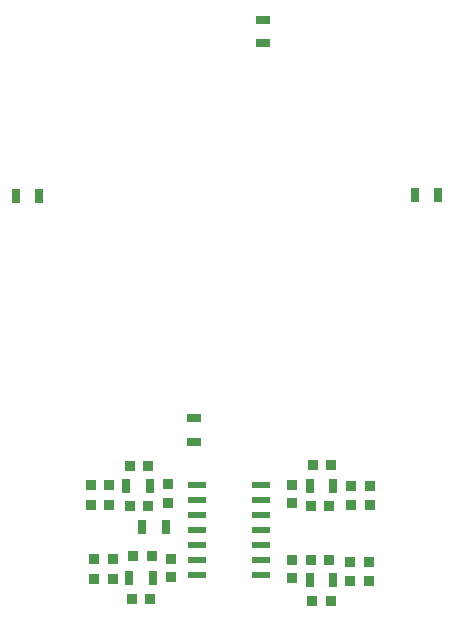
<source format=gbr>
%TF.GenerationSoftware,Altium Limited,Altium Designer,21.6.4 (81)*%
G04 Layer_Color=8421504*
%FSLAX43Y43*%
%MOMM*%
%TF.SameCoordinates,7E1728C7-8053-4159-852C-9F5DCDCDAABE*%
%TF.FilePolarity,Positive*%
%TF.FileFunction,Paste,Top*%
%TF.Part,Single*%
G01*
G75*
%TA.AperFunction,SMDPad,CuDef*%
%ADD10R,0.850X0.900*%
%ADD11R,0.800X1.250*%
%ADD12R,0.900X0.850*%
%ADD13R,1.500X0.600*%
%ADD14R,1.250X0.800*%
D10*
X-6750Y-19780D02*
D03*
X-8300D02*
D03*
X-6535Y-31030D02*
D03*
X-8085D02*
D03*
X7175Y-31230D02*
D03*
X8725D02*
D03*
X7205Y-19730D02*
D03*
X8755D02*
D03*
X-10000Y-21385D02*
D03*
X-11550D02*
D03*
X-6425Y-27445D02*
D03*
X-7975D02*
D03*
X-11285Y-27705D02*
D03*
X-9735D02*
D03*
X-9735Y-29340D02*
D03*
X-11285D02*
D03*
X-11550Y-23110D02*
D03*
X-10000D02*
D03*
X-6710Y-23235D02*
D03*
X-8260D02*
D03*
X11955Y-27930D02*
D03*
X10405D02*
D03*
X10405Y-29585D02*
D03*
X11955D02*
D03*
X7080Y-27795D02*
D03*
X8630D02*
D03*
X12035Y-23145D02*
D03*
X10485D02*
D03*
Y-21510D02*
D03*
X12035D02*
D03*
X7080Y-23200D02*
D03*
X8630D02*
D03*
D11*
X-6560Y-21490D02*
D03*
X-8560D02*
D03*
X-6310Y-29280D02*
D03*
X-8310D02*
D03*
X-5210Y-24980D02*
D03*
X-7210D02*
D03*
X6950Y-29500D02*
D03*
X8950D02*
D03*
X6950Y-21510D02*
D03*
X8950D02*
D03*
X-15950Y3050D02*
D03*
X-17950D02*
D03*
X17840Y3130D02*
D03*
X15840D02*
D03*
D12*
X-5040Y-21360D02*
D03*
Y-22910D02*
D03*
X-4825Y-29245D02*
D03*
Y-27695D02*
D03*
X5430Y-29320D02*
D03*
Y-27770D02*
D03*
Y-21395D02*
D03*
Y-22945D02*
D03*
D13*
X-2570Y-21385D02*
D03*
Y-22655D02*
D03*
Y-23925D02*
D03*
Y-25195D02*
D03*
X2830Y-27735D02*
D03*
X-2570Y-29005D02*
D03*
Y-27735D02*
D03*
Y-26465D02*
D03*
X2830D02*
D03*
Y-25195D02*
D03*
Y-23925D02*
D03*
Y-22655D02*
D03*
Y-21385D02*
D03*
Y-29005D02*
D03*
D14*
X-2798Y-15768D02*
D03*
Y-17768D02*
D03*
X3000Y15970D02*
D03*
Y17970D02*
D03*
%TF.MD5,dbfbe92075172974b4a25721b8033e31*%
M02*

</source>
